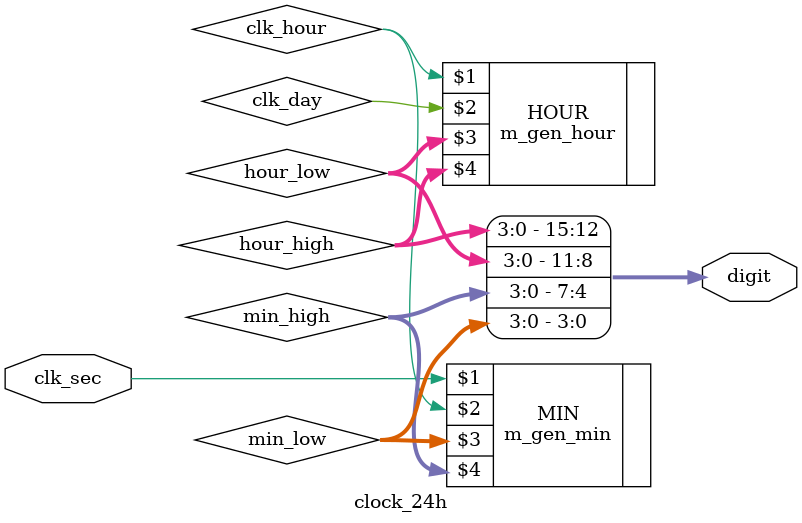
<source format=v>
`timescale 1ns / 1ps
module clock_24h(clk_sec,digit);
	input wire clk_sec;
	output wire[15:0] digit;
	wire clk_hour,clk_day;
	wire [3:0] hour_high,hour_low,min_high,min_low;
	
	m_gen_min MIN (clk_sec, clk_hour, min_low, min_high);
	m_gen_hour HOUR(clk_hour, clk_day, hour_low, hour_high);
	assign digit[15:12] = hour_high[3:0] ;
	assign digit[11:8] = hour_low[3:0] ;
	assign digit[7:4] = min_high[3:0] ;
	assign digit[3:0] = min_low[3:0] ;
endmodule

</source>
